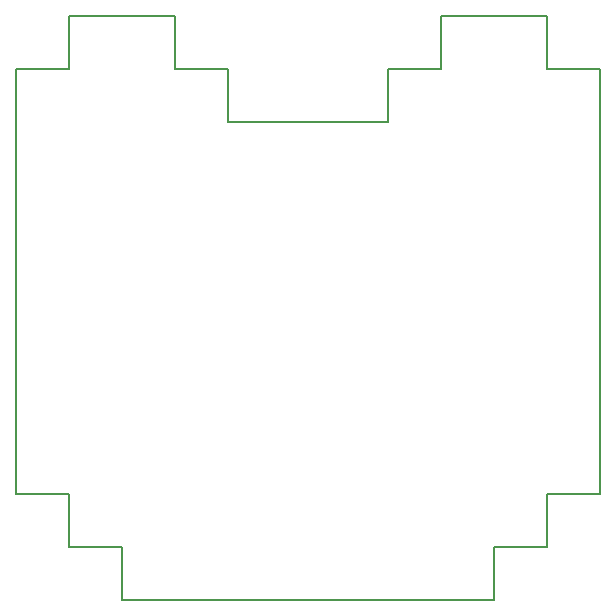
<source format=gbr>
G04 #@! TF.GenerationSoftware,KiCad,Pcbnew,5.0.0*
G04 #@! TF.CreationDate,2018-08-21T17:50:13+02:00*
G04 #@! TF.ProjectId,blink_badge,626C696E6B5F62616467652E6B696361,rev?*
G04 #@! TF.SameCoordinates,Original*
G04 #@! TF.FileFunction,Profile,NP*
%FSLAX46Y46*%
G04 Gerber Fmt 4.6, Leading zero omitted, Abs format (unit mm)*
G04 Created by KiCad (PCBNEW 5.0.0) date Tue Aug 21 17:50:13 2018*
%MOMM*%
%LPD*%
G01*
G04 APERTURE LIST*
%ADD10C,0.150000*%
G04 APERTURE END LIST*
D10*
X32000000Y-107500000D02*
X27500000Y-107500000D01*
X32000000Y-112000000D02*
X32000000Y-107500000D01*
X36500000Y-112000000D02*
X32000000Y-112000000D01*
X36500000Y-116500000D02*
X36500000Y-112000000D01*
X68000000Y-116500000D02*
X36500000Y-116500000D01*
X68000000Y-112000000D02*
X68000000Y-116500000D01*
X72500000Y-112000000D02*
X68000000Y-112000000D01*
X72500000Y-107500000D02*
X72500000Y-112000000D01*
X77000000Y-107500000D02*
X72500000Y-107500000D01*
X77000000Y-71500000D02*
X77000000Y-107500000D01*
X72500000Y-71500000D02*
X77000000Y-71500000D01*
X72500000Y-67000000D02*
X72500000Y-71500000D01*
X63500000Y-67000000D02*
X72500000Y-67000000D01*
X63500000Y-71500000D02*
X63500000Y-67000000D01*
X59000000Y-71500000D02*
X63500000Y-71500000D01*
X59000000Y-76000000D02*
X59000000Y-71500000D01*
X45500000Y-76000000D02*
X59000000Y-76000000D01*
X45500000Y-71500000D02*
X45500000Y-76000000D01*
X41000000Y-71500000D02*
X45500000Y-71500000D01*
X27500000Y-107500000D02*
X27500000Y-71500000D01*
X41000000Y-67000000D02*
X41000000Y-71500000D01*
X32000000Y-67000000D02*
X41000000Y-67000000D01*
X32000000Y-71500000D02*
X32000000Y-67000000D01*
X27500000Y-71500000D02*
X32000000Y-71500000D01*
M02*

</source>
